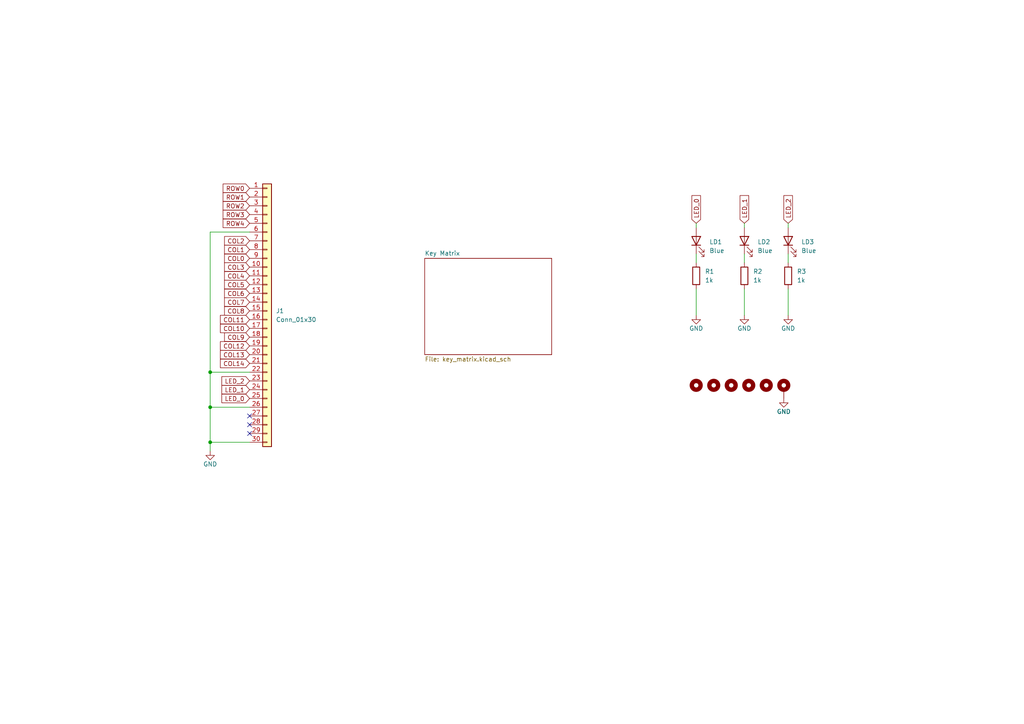
<source format=kicad_sch>
(kicad_sch (version 20230121) (generator eeschema)
  (paper "A4")
  (title_block (title "Facade60") (rev "1.0") (company "SideraKB") (comment 1 "Main board, 2U Shift edition") (comment 2 "Open source hardware, CERN-OHL-P v2") (comment 3 "https://github.com/siderakb/facade"))
  (lib_symbols
    (symbol "Connector_Generic:Conn_01x30" (pin_names (offset 1.016) hide)
      (property "Reference" "J" (at 0 38.1 0))
      (property "Value" "Conn_01x30" (at 0 -40.64 0))
      (symbol "Conn_01x30_1_1"
        (rectangle (start -1.27 -37.973) (end 0 -38.227) (stroke (width 0.1524)))
        (rectangle (start -1.27 -35.433) (end 0 -35.687) (stroke (width 0.1524)))
        (rectangle (start -1.27 -32.893) (end 0 -33.147) (stroke (width 0.1524)))
        (rectangle (start -1.27 -30.353) (end 0 -30.607) (stroke (width 0.1524)))
        (rectangle (start -1.27 -27.813) (end 0 -28.067) (stroke (width 0.1524)))
        (rectangle (start -1.27 -25.273) (end 0 -25.527) (stroke (width 0.1524)))
        (rectangle (start -1.27 -22.733) (end 0 -22.987) (stroke (width 0.1524)))
        (rectangle (start -1.27 -20.193) (end 0 -20.447) (stroke (width 0.1524)))
        (rectangle (start -1.27 -17.653) (end 0 -17.907) (stroke (width 0.1524)))
        (rectangle (start -1.27 -15.113) (end 0 -15.367) (stroke (width 0.1524)))
        (rectangle (start -1.27 -12.573) (end 0 -12.827) (stroke (width 0.1524)))
        (rectangle (start -1.27 -10.033) (end 0 -10.287) (stroke (width 0.1524)))
        (rectangle (start -1.27 -7.493) (end 0 -7.747) (stroke (width 0.1524)))
        (rectangle (start -1.27 -4.953) (end 0 -5.207) (stroke (width 0.1524)))
        (rectangle (start -1.27 -2.413) (end 0 -2.667) (stroke (width 0.1524)))
        (rectangle (start -1.27 0.127) (end 0 -0.127) (stroke (width 0.1524)))
        (rectangle (start -1.27 2.667) (end 0 2.413) (stroke (width 0.1524)))
        (rectangle (start -1.27 5.207) (end 0 4.953) (stroke (width 0.1524)))
        (rectangle (start -1.27 7.747) (end 0 7.493) (stroke (width 0.1524)))
        (rectangle (start -1.27 10.287) (end 0 10.033) (stroke (width 0.1524)))
        (rectangle (start -1.27 12.827) (end 0 12.573) (stroke (width 0.1524)))
        (rectangle (start -1.27 15.367) (end 0 15.113) (stroke (width 0.1524)))
        (rectangle (start -1.27 17.907) (end 0 17.653) (stroke (width 0.1524)))
        (rectangle (start -1.27 20.447) (end 0 20.193) (stroke (width 0.1524)))
        (rectangle (start -1.27 22.987) (end 0 22.733) (stroke (width 0.1524)))
        (rectangle (start -1.27 25.527) (end 0 25.273) (stroke (width 0.1524)))
        (rectangle (start -1.27 28.067) (end 0 27.813) (stroke (width 0.1524)))
        (rectangle (start -1.27 30.607) (end 0 30.353) (stroke (width 0.1524)))
        (rectangle (start -1.27 33.147) (end 0 32.893) (stroke (width 0.1524)))
        (rectangle (start -1.27 35.687) (end 0 35.433) (stroke (width 0.1524)))
        (rectangle (start -1.27 36.83) (end 1.27 -39.37) (stroke (width 0.254)) (fill (type background)))
        (pin passive line (at -5.08 35.56 0) (length 3.81) (name "Pin_1") (number "1"))
        (pin passive line (at -5.08 12.7 0) (length 3.81) (name "Pin_10") (number "10"))
        (pin passive line (at -5.08 10.16 0) (length 3.81) (name "Pin_11") (number "11"))
        (pin passive line (at -5.08 7.62 0) (length 3.81) (name "Pin_12") (number "12"))
        (pin passive line (at -5.08 5.08 0) (length 3.81) (name "Pin_13") (number "13"))
        (pin passive line (at -5.08 2.54 0) (length 3.81) (name "Pin_14") (number "14"))
        (pin passive line (at -5.08 0 0) (length 3.81) (name "Pin_15") (number "15"))
        (pin passive line (at -5.08 -2.54 0) (length 3.81) (name "Pin_16") (number "16"))
        (pin passive line (at -5.08 -5.08 0) (length 3.81) (name "Pin_17") (number "17"))
        (pin passive line (at -5.08 -7.62 0) (length 3.81) (name "Pin_18") (number "18"))
        (pin passive line (at -5.08 -10.16 0) (length 3.81) (name "Pin_19") (number "19"))
        (pin passive line (at -5.08 33.02 0) (length 3.81) (name "Pin_2") (number "2"))
        (pin passive line (at -5.08 -12.7 0) (length 3.81) (name "Pin_20") (number "20"))
        (pin passive line (at -5.08 -15.24 0) (length 3.81) (name "Pin_21") (number "21"))
        (pin passive line (at -5.08 -17.78 0) (length 3.81) (name "Pin_22") (number "22"))
        (pin passive line (at -5.08 -20.32 0) (length 3.81) (name "Pin_23") (number "23"))
        (pin passive line (at -5.08 -22.86 0) (length 3.81) (name "Pin_24") (number "24"))
        (pin passive line (at -5.08 -25.4 0) (length 3.81) (name "Pin_25") (number "25"))
        (pin passive line (at -5.08 -27.94 0) (length 3.81) (name "Pin_26") (number "26"))
        (pin passive line (at -5.08 -30.48 0) (length 3.81) (name "Pin_27") (number "27"))
        (pin passive line (at -5.08 -33.02 0) (length 3.81) (name "Pin_28") (number "28"))
        (pin passive line (at -5.08 -35.56 0) (length 3.81) (name "Pin_29") (number "29"))
        (pin passive line (at -5.08 30.48 0) (length 3.81) (name "Pin_3") (number "3"))
        (pin passive line (at -5.08 -38.1 0) (length 3.81) (name "Pin_30") (number "30"))
        (pin passive line (at -5.08 27.94 0) (length 3.81) (name "Pin_4") (number "4"))
        (pin passive line (at -5.08 25.4 0) (length 3.81) (name "Pin_5") (number "5"))
        (pin passive line (at -5.08 22.86 0) (length 3.81) (name "Pin_6") (number "6"))
        (pin passive line (at -5.08 20.32 0) (length 3.81) (name "Pin_7") (number "7"))
        (pin passive line (at -5.08 17.78 0) (length 3.81) (name "Pin_8") (number "8"))
        (pin passive line (at -5.08 15.24 0) (length 3.81) (name "Pin_9") (number "9"))
      )
    )
    (symbol "Device:LED" (pin_numbers hide) (pin_names (offset 1.016) hide)
      (property "Reference" "D" (at 0 2.54 0))
      (property "Value" "LED" (at 0 -2.54 0))
      (symbol "LED_0_1"
        (polyline (pts (xy -1.27 -1.27) (xy -1.27 1.27)) (stroke (width 0.254)))
        (polyline (pts (xy -1.27 0) (xy 1.27 0)))
        (polyline (pts (xy 1.27 -1.27) (xy 1.27 1.27) (xy -1.27 0) (xy 1.27 -1.27)) (stroke (width 0.254)))
        (polyline (pts (xy -3.048 -0.762) (xy -4.572 -2.286) (xy -3.81 -2.286) (xy -4.572 -2.286) (xy -4.572 -1.524)))
        (polyline (pts (xy -1.778 -0.762) (xy -3.302 -2.286) (xy -2.54 -2.286) (xy -3.302 -2.286) (xy -3.302 -1.524)))
      )
      (symbol "LED_1_1"
        (pin passive line (at -3.81 0 0) (length 2.54) (name "K") (number "1"))
        (pin passive line (at 3.81 0 180) (length 2.54) (name "A") (number "2"))
      )
    )
    (symbol "Device:R" (pin_numbers hide) (pin_names (offset 0))
      (property "Reference" "R" (at 2.032 0 90))
      (property "Value" "R" (at 0 0 90))
      (symbol "R_0_1"
        (rectangle (start -1.016 -2.54) (end 1.016 2.54) (stroke (width 0.254)))
      )
      (symbol "R_1_1"
        (pin passive line (at 0 3.81 270) (length 1.27) (name "~") (number "1"))
        (pin passive line (at 0 -3.81 90) (length 1.27) (name "~") (number "2"))
      )
    )
    (symbol "Mechanical:MountingHole" (pin_names (offset 1.016))
      (property "Reference" "H" (at 0 5.08 0))
      (property "Value" "MountingHole" (at 0 3.175 0))
      (symbol "MountingHole_0_1"
        (circle (center 0 0) (radius 1.27) (stroke (width 1.27)))
      )
    )
    (symbol "Mechanical:MountingHole_Pad" (pin_numbers hide) (pin_names (offset 1.016) hide)
      (property "Reference" "H" (at 0 6.35 0))
      (property "Value" "MountingHole_Pad" (at 0 4.445 0))
      (symbol "MountingHole_Pad_0_1"
        (circle (center 0 1.27) (radius 1.27) (stroke (width 1.27)))
      )
      (symbol "MountingHole_Pad_1_1"
        (pin input line (at 0 -2.54 90) (length 2.54) (name "1") (number "1"))
      )
    )
    (symbol "power:GND" (power) (pin_names (offset 0))
      (property "Value" "GND" (at 0 -3.81 0))
      (symbol "GND_0_1"
        (polyline (pts (xy 0 0) (xy 0 -1.27) (xy 1.27 -1.27) (xy 0 -2.54) (xy -1.27 -1.27) (xy 0 -1.27)))
      )
      (symbol "GND_1_1"
        (pin power_in line (at 0 0 270) (length 0) hide (name "GND") (number "1"))
      )
    )
  )
  (junction (at 60.96 128.27))
  (junction (at 60.96 118.11))
  (junction (at 60.96 107.95))
  (no_connect (at 72.39 125.73))
  (no_connect (at 72.39 120.65))
  (no_connect (at 72.39 123.19))
  (wire (pts (xy 60.96 118.11) (xy 72.39 118.11)))
  (wire (pts (xy 201.93 76.2) (xy 201.93 73.66)))
  (wire (pts (xy 201.93 66.04) (xy 201.93 64.77)))
  (wire (pts (xy 60.96 128.27) (xy 72.39 128.27)))
  (wire (pts (xy 228.6 66.04) (xy 228.6 64.77)))
  (wire (pts (xy 228.6 83.82) (xy 228.6 91.44)))
  (wire (pts (xy 201.93 83.82) (xy 201.93 91.44)))
  (wire (pts (xy 215.9 76.2) (xy 215.9 73.66)))
  (wire (pts (xy 60.96 107.95) (xy 72.39 107.95)))
  (wire (pts (xy 60.96 107.95) (xy 60.96 118.11)))
  (wire (pts (xy 60.96 118.11) (xy 60.96 128.27)))
  (wire (pts (xy 215.9 83.82) (xy 215.9 91.44)))
  (wire (pts (xy 215.9 66.04) (xy 215.9 64.77)))
  (wire (pts (xy 60.96 67.31) (xy 60.96 107.95)))
  (wire (pts (xy 72.39 67.31) (xy 60.96 67.31)))
  (wire (pts (xy 228.6 76.2) (xy 228.6 73.66)))
  (wire (pts (xy 60.96 128.27) (xy 60.96 130.81)))
  (global_label "ROW4" (shape input) (at 72.39 64.77 180) (property "Intersheetrefs" "${INTERSHEET_REFS}" (effects hide)))
  (global_label "COL3" (shape input) (at 72.39 77.47 180) (property "Intersheetrefs" "${INTERSHEET_REFS}" (effects hide)))
  (global_label "COL10" (shape input) (at 72.39 95.25 180) (property "Intersheetrefs" "${INTERSHEET_REFS}" (effects hide)))
  (global_label "LED_1" (shape input) (at 215.9 64.77 90) (property "Intersheetrefs" "${INTERSHEET_REFS}" (effects hide)))
  (global_label "ROW2" (shape input) (at 72.39 59.69 180) (property "Intersheetrefs" "${INTERSHEET_REFS}" (effects hide)))
  (global_label "LED_0" (shape input) (at 201.93 64.77 90) (property "Intersheetrefs" "${INTERSHEET_REFS}" (effects hide)))
  (global_label "COL2" (shape input) (at 72.39 69.85 180) (property "Intersheetrefs" "${INTERSHEET_REFS}" (effects hide)))
  (global_label "LED_1" (shape input) (at 72.39 113.03 180) (property "Intersheetrefs" "${INTERSHEET_REFS}" (effects hide)))
  (global_label "COL13" (shape input) (at 72.39 102.87 180) (property "Intersheetrefs" "${INTERSHEET_REFS}" (effects hide)))
  (global_label "LED_0" (shape input) (at 72.39 115.57 180) (property "Intersheetrefs" "${INTERSHEET_REFS}" (effects hide)))
  (global_label "COL0" (shape input) (at 72.39 74.93 180) (property "Intersheetrefs" "${INTERSHEET_REFS}" (effects hide)))
  (global_label "ROW0" (shape input) (at 72.39 54.61 180) (property "Intersheetrefs" "${INTERSHEET_REFS}" (effects hide)))
  (global_label "COL8" (shape input) (at 72.39 90.17 180) (property "Intersheetrefs" "${INTERSHEET_REFS}" (effects hide)))
  (global_label "COL11" (shape input) (at 72.39 92.71 180) (property "Intersheetrefs" "${INTERSHEET_REFS}" (effects hide)))
  (global_label "COL14" (shape input) (at 72.39 105.41 180) (property "Intersheetrefs" "${INTERSHEET_REFS}" (effects hide)))
  (global_label "COL1" (shape input) (at 72.39 72.39 180) (property "Intersheetrefs" "${INTERSHEET_REFS}" (effects hide)))
  (global_label "COL5" (shape input) (at 72.39 82.55 180) (property "Intersheetrefs" "${INTERSHEET_REFS}" (effects hide)))
  (global_label "LED_2" (shape input) (at 72.39 110.49 180) (property "Intersheetrefs" "${INTERSHEET_REFS}" (effects hide)))
  (global_label "COL12" (shape input) (at 72.39 100.33 180) (property "Intersheetrefs" "${INTERSHEET_REFS}" (effects hide)))
  (global_label "ROW3" (shape input) (at 72.39 62.23 180) (property "Intersheetrefs" "${INTERSHEET_REFS}" (effects hide)))
  (global_label "ROW1" (shape input) (at 72.39 57.15 180) (property "Intersheetrefs" "${INTERSHEET_REFS}" (effects hide)))
  (global_label "LED_2" (shape input) (at 228.6 64.77 90) (property "Intersheetrefs" "${INTERSHEET_REFS}" (effects hide)))
  (global_label "COL9" (shape input) (at 72.39 97.79 180) (property "Intersheetrefs" "${INTERSHEET_REFS}" (effects hide)))
  (global_label "COL6" (shape input) (at 72.39 85.09 180) (property "Intersheetrefs" "${INTERSHEET_REFS}" (effects hide)))
  (global_label "COL4" (shape input) (at 72.39 80.01 180) (property "Intersheetrefs" "${INTERSHEET_REFS}" (effects hide)))
  (global_label "COL7" (shape input) (at 72.39 87.63 180) (property "Intersheetrefs" "${INTERSHEET_REFS}" (effects hide)))
  (symbol (lib_id "Device:LED") (at 215.9 69.85 90) (unit 1)
    (property "Reference" "LD2" (at 219.71 70.1675 90) (effects (justify right)))
    (property "Value" "Blue" (at 219.71 72.7075 90) (effects (justify right)))
    (property "Footprint" "LED_SMD:LED_0603_1608Metric" (effects hide))
    (property "LCSC" "C72043" (effects hide))
    (property "MFR. Part #" "19-217/GHC-YR1S2/3T" (effects hide))
  )
  (symbol (lib_id "Mechanical:MountingHole") (at 201.93 111.76 0) (unit 1)
    (property "Reference" "H5" (effects hide))
    (property "Value" "MountingHole" (effects hide))
    (property "Footprint" "facade:MountingHole-C" (effects hide))
  )
  (symbol (lib_id "Device:R") (at 201.93 80.01 0) (mirror y) (unit 1)
    (property "Reference" "R1" (at 204.47 78.74 0) (effects (justify right)))
    (property "Value" "1k" (at 204.47 81.28 0) (effects (justify right)))
    (property "Footprint" "Resistor_SMD:R_0603_1608Metric" (effects hide))
    (property "MFR. Part #" "0402WGF1001TCE " (effects hide))
    (property "LCSC" "C11702" (effects hide))
  )
  (symbol (lib_id "power:GND") (at 60.96 130.81 0) (unit 1)
    (property "Reference" "#PWR03" (effects hide))
    (property "Value" "GND" (at 60.96 134.62 0))
  )
  (symbol (lib_id "Mechanical:MountingHole") (at 207.01 111.76 0) (unit 1)
    (property "Reference" "H6" (effects hide))
    (property "Value" "MountingHole" (effects hide))
    (property "Footprint" "facade:MountingHole-C" (effects hide))
  )
  (symbol (lib_id "power:GND") (at 201.93 91.44 0) (unit 1)
    (property "Reference" "#PWR02" (effects hide))
    (property "Value" "GND" (at 201.93 95.25 0))
  )
  (symbol (lib_id "Device:LED") (at 228.6 69.85 90) (unit 1)
    (property "Reference" "LD3" (at 232.41 70.1675 90) (effects (justify right)))
    (property "Value" "Blue" (at 232.41 72.7075 90) (effects (justify right)))
    (property "Footprint" "LED_SMD:LED_0603_1608Metric" (effects hide))
    (property "LCSC" "C72043" (effects hide))
    (property "MFR. Part #" "19-217/GHC-YR1S2/3T" (effects hide))
  )
  (symbol (lib_id "Device:R") (at 215.9 80.01 0) (mirror y) (unit 1)
    (property "Reference" "R2" (at 218.44 78.74 0) (effects (justify right)))
    (property "Value" "1k" (at 218.44 81.28 0) (effects (justify right)))
    (property "Footprint" "Resistor_SMD:R_0603_1608Metric" (effects hide))
    (property "MFR. Part #" "0402WGF1001TCE " (effects hide))
    (property "LCSC" "C11702" (effects hide))
  )
  (symbol (lib_id "Device:R") (at 228.6 80.01 0) (mirror y) (unit 1)
    (property "Reference" "R3" (at 231.14 78.74 0) (effects (justify right)))
    (property "Value" "1k" (at 231.14 81.28 0) (effects (justify right)))
    (property "Footprint" "Resistor_SMD:R_0603_1608Metric" (effects hide))
    (property "MFR. Part #" "0402WGF1001TCE " (effects hide))
    (property "LCSC" "C11702" (effects hide))
  )
  (symbol (lib_id "Mechanical:MountingHole") (at 222.25 111.76 0) (unit 1)
    (property "Reference" "H10" (effects hide))
    (property "Value" "MountingHole_Pad" (effects hide))
    (property "Footprint" "facade:MountingHole-D" (effects hide))
  )
  (symbol (lib_id "Device:LED") (at 201.93 69.85 90) (unit 1)
    (property "Reference" "LD1" (at 205.74 70.1675 90) (effects (justify right)))
    (property "Value" "Blue" (at 205.74 72.7075 90) (effects (justify right)))
    (property "Footprint" "LED_SMD:LED_0603_1608Metric" (effects hide))
    (property "LCSC" "C72043" (effects hide))
    (property "MFR. Part #" "19-217/GHC-YR1S2/3T" (effects hide))
  )
  (symbol (lib_id "power:GND") (at 227.33 115.57 0) (unit 1)
    (property "Reference" "#PWR07" (effects hide))
    (property "Value" "GND" (at 227.33 119.38 0))
  )
  (symbol (lib_id "power:GND") (at 228.6 91.44 0) (unit 1)
    (property "Reference" "#PWR08" (effects hide))
    (property "Value" "GND" (at 228.6 95.25 0))
  )
  (symbol (lib_id "Mechanical:MountingHole_Pad") (at 227.33 113.03 0) (unit 1)
    (property "Reference" "H11" (effects hide))
    (property "Value" "MountingHole_Pad" (effects hide))
    (property "Footprint" "facade:MountingHole-B" (effects hide))
  )
  (symbol (lib_id "Connector_Generic:Conn_01x30") (at 77.47 90.17 0) (unit 1)
    (property "Reference" "J1" (at 80.01 90.17 0) (effects (justify left)))
    (property "Value" "Conn_01x30" (at 80.01 92.71 0) (effects (justify left)))
    (property "Footprint" "Connector_FFC-FPC:TE_3-1734839-0_1x30-1MP_P0.5mm_Horizontal" (effects hide))
  )
  (symbol (lib_id "power:GND") (at 215.9 91.44 0) (unit 1)
    (property "Reference" "#PWR01" (effects hide))
    (property "Value" "GND" (at 215.9 95.25 0))
  )
  (symbol (lib_id "Mechanical:MountingHole") (at 212.09 111.76 0) (unit 1)
    (property "Reference" "H8" (effects hide))
    (property "Value" "MountingHole_Pad" (effects hide))
    (property "Footprint" "facade:MountingHole-D" (effects hide))
  )
  (symbol (lib_id "Mechanical:MountingHole") (at 217.17 111.76 0) (unit 1)
    (property "Reference" "H9" (effects hide))
    (property "Value" "MountingHole_Pad" (effects hide))
    (property "Footprint" "facade:MountingHole-D" (effects hide))
  )
  (sheet (at 123.19 74.93) (size 36.83 27.94) (stroke (width 0.1524))
    (property "Sheetname" "Key Matrix" (at 123.19 74.2184 0) (effects (justify left bottom)))
    (property "Sheetfile" "key_matrix.kicad_sch" (at 123.19 103.4546 0) (effects (justify left top)))
  )
)
</source>
